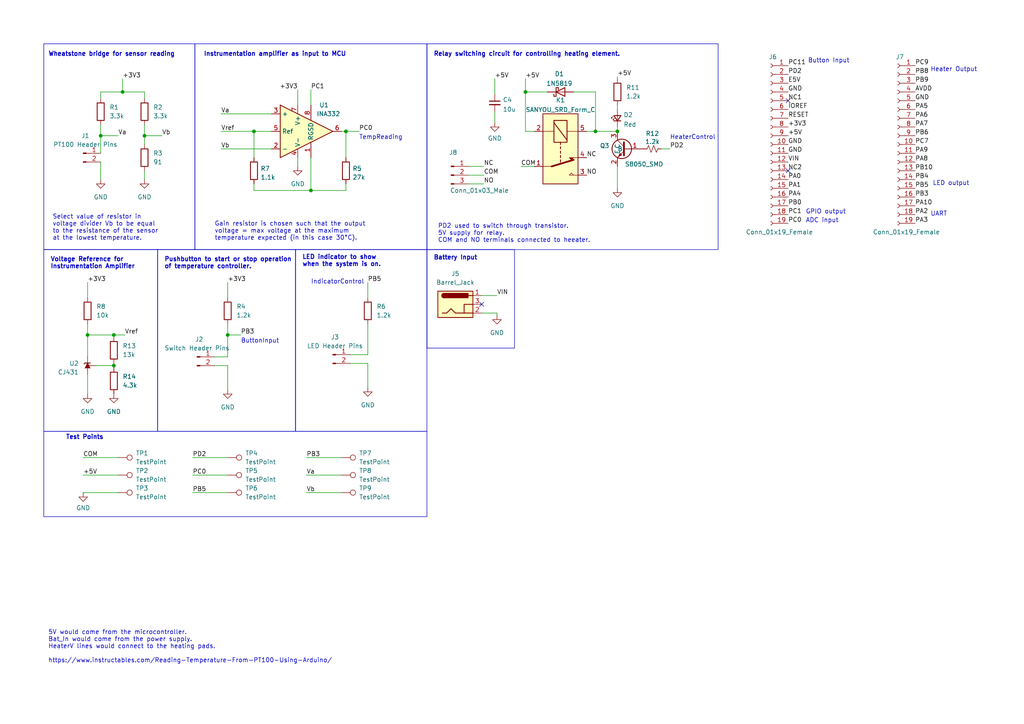
<source format=kicad_sch>
(kicad_sch (version 20230121) (generator eeschema)
  (paper "A4")
  (title_block (title "Temperature Controller") (date "November 2022") (rev "V0") (company "University of Cape Town") (comment 1 "Based off of design by Stanton (2022)") (comment 2 "Author: Sarah Tallack") (comment 3 "Project: Sea Ice Imaging"))
  (lib_symbols
    (symbol "Connector:Barrel_Jack" (pin_names (offset 1.016))
      (property "Reference" "J2" (at 0 8.89 0))
      (property "Value" "Barrel_Jack" (at 0 6.35 0))
      (symbol "Barrel_Jack_0_1"
        (rectangle (start -5.08 3.81) (end 5.08 -3.81) (stroke (width 0.254)) (fill (type background)))
        (arc (start -3.302 3.175) (mid -3.9343 2.54) (end -3.302 1.905) (stroke (width 0.254)))
        (arc (start -3.302 3.175) (mid -3.9343 2.54) (end -3.302 1.905) (stroke (width 0.254)) (fill (type outline)))
        (polyline (pts (xy 5.08 2.54) (xy 3.81 2.54)) (stroke (width 0.254)))
        (polyline (pts (xy 2.54 -2.54) (xy 2.54 0) (xy 5.08 0)) (stroke (width 0.25)))
        (polyline (pts (xy -3.81 -2.54) (xy -2.54 -2.54) (xy -1.27 -1.27) (xy 0 -2.54) (xy 2.54 -2.54) (xy 5.08 -2.54)) (stroke (width 0.254)))
        (rectangle (start 3.683 3.175) (end -3.302 1.905) (stroke (width 0.254)) (fill (type outline)))
      )
      (symbol "Barrel_Jack_1_1"
        (pin passive line (at 7.62 2.54 180) (length 2.54) (name "~") (number "1"))
        (pin passive line (at 7.62 -2.54 180) (length 2.54) (name "~") (number "2"))
        (pin passive line (at 7.62 0 180) (length 2.54) (name "~") (number "3"))
      )
    )
    (symbol "Connector:Conn_01x02_Male" (pin_names (offset 1.016) hide)
      (property "Reference" "J" (at 0 2.54 0))
      (property "Value" "Conn_01x02_Male" (at 0 -5.08 0))
      (symbol "Conn_01x02_Male_1_1"
        (polyline (pts (xy 1.27 -2.54) (xy 0.8636 -2.54)) (stroke (width 0.1524)))
        (polyline (pts (xy 1.27 0) (xy 0.8636 0)) (stroke (width 0.1524)))
        (rectangle (start 0.8636 -2.413) (end 0 -2.667) (stroke (width 0.1524)) (fill (type outline)))
        (rectangle (start 0.8636 0.127) (end 0 -0.127) (stroke (width 0.1524)) (fill (type outline)))
        (pin passive line (at 5.08 0 180) (length 3.81) (name "Pin_1") (number "1"))
        (pin passive line (at 5.08 -2.54 180) (length 3.81) (name "Pin_2") (number "2"))
      )
    )
    (symbol "Connector:Conn_01x03_Male" (pin_names (offset 1.016) hide)
      (property "Reference" "J" (at 0 5.08 0))
      (property "Value" "Conn_01x03_Male" (at 0 -5.08 0))
      (symbol "Conn_01x03_Male_1_1"
        (polyline (pts (xy 1.27 -2.54) (xy 0.8636 -2.54)) (stroke (width 0.1524)))
        (polyline (pts (xy 1.27 0) (xy 0.8636 0)) (stroke (width 0.1524)))
        (polyline (pts (xy 1.27 2.54) (xy 0.8636 2.54)) (stroke (width 0.1524)))
        (rectangle (start 0.8636 -2.413) (end 0 -2.667) (stroke (width 0.1524)) (fill (type outline)))
        (rectangle (start 0.8636 0.127) (end 0 -0.127) (stroke (width 0.1524)) (fill (type outline)))
        (rectangle (start 0.8636 2.667) (end 0 2.413) (stroke (width 0.1524)) (fill (type outline)))
        (pin passive line (at 5.08 2.54 180) (length 3.81) (name "Pin_1") (number "1"))
        (pin passive line (at 5.08 0 180) (length 3.81) (name "Pin_2") (number "2"))
        (pin passive line (at 5.08 -2.54 180) (length 3.81) (name "Pin_3") (number "3"))
      )
    )
    (symbol "Connector:Conn_01x19_Female" (pin_names (offset 1.016) hide)
      (property "Reference" "J" (at 0 25.4 0))
      (property "Value" "Conn_01x19_Female" (at 0 -25.4 0))
      (symbol "Conn_01x19_Female_1_1"
        (arc (start 0 -22.352) (mid -0.5058 -22.86) (end 0 -23.368) (stroke (width 0.1524)))
        (arc (start 0 -19.812) (mid -0.5058 -20.32) (end 0 -20.828) (stroke (width 0.1524)))
        (arc (start 0 -17.272) (mid -0.5058 -17.78) (end 0 -18.288) (stroke (width 0.1524)))
        (arc (start 0 -14.732) (mid -0.5058 -15.24) (end 0 -15.748) (stroke (width 0.1524)))
        (arc (start 0 -12.192) (mid -0.5058 -12.7) (end 0 -13.208) (stroke (width 0.1524)))
        (arc (start 0 -9.652) (mid -0.5058 -10.16) (end 0 -10.668) (stroke (width 0.1524)))
        (arc (start 0 -7.112) (mid -0.5058 -7.62) (end 0 -8.128) (stroke (width 0.1524)))
        (arc (start 0 -4.572) (mid -0.5058 -5.08) (end 0 -5.588) (stroke (width 0.1524)))
        (arc (start 0 -2.032) (mid -0.5058 -2.54) (end 0 -3.048) (stroke (width 0.1524)))
        (polyline (pts (xy -1.27 -22.86) (xy -0.508 -22.86)) (stroke (width 0.1524)))
        (polyline (pts (xy -1.27 -20.32) (xy -0.508 -20.32)) (stroke (width 0.1524)))
        (polyline (pts (xy -1.27 -17.78) (xy -0.508 -17.78)) (stroke (width 0.1524)))
        (polyline (pts (xy -1.27 -15.24) (xy -0.508 -15.24)) (stroke (width 0.1524)))
        (polyline (pts (xy -1.27 -12.7) (xy -0.508 -12.7)) (stroke (width 0.1524)))
        (polyline (pts (xy -1.27 -10.16) (xy -0.508 -10.16)) (stroke (width 0.1524)))
        (polyline (pts (xy -1.27 -7.62) (xy -0.508 -7.62)) (stroke (width 0.1524)))
        (polyline (pts (xy -1.27 -5.08) (xy -0.508 -5.08)) (stroke (width 0.1524)))
        (polyline (pts (xy -1.27 -2.54) (xy -0.508 -2.54)) (stroke (width 0.1524)))
        (polyline (pts (xy -1.27 0) (xy -0.508 0)) (stroke (width 0.1524)))
        (polyline (pts (xy -1.27 2.54) (xy -0.508 2.54)) (stroke (width 0.1524)))
        (polyline (pts (xy -1.27 5.08) (xy -0.508 5.08)) (stroke (width 0.1524)))
        (polyline (pts (xy -1.27 7.62) (xy -0.508 7.62)) (stroke (width 0.1524)))
        (polyline (pts (xy -1.27 10.16) (xy -0.508 10.16)) (stroke (width 0.1524)))
        (polyline (pts (xy -1.27 12.7) (xy -0.508 12.7)) (stroke (width 0.1524)))
        (polyline (pts (xy -1.27 15.24) (xy -0.508 15.24)) (stroke (width 0.1524)))
        (polyline (pts (xy -1.27 17.78) (xy -0.508 17.78)) (stroke (width 0.1524)))
        (polyline (pts (xy -1.27 20.32) (xy -0.508 20.32)) (stroke (width 0.1524)))
        (polyline (pts (xy -1.27 22.86) (xy -0.508 22.86)) (stroke (width 0.1524)))
        (arc (start 0 0.508) (mid -0.5058 0) (end 0 -0.508) (stroke (width 0.1524)))
        (arc (start 0 3.048) (mid -0.5058 2.54) (end 0 2.032) (stroke (width 0.1524)))
        (arc (start 0 5.588) (mid -0.5058 5.08) (end 0 4.572) (stroke (width 0.1524)))
        (arc (start 0 8.128) (mid -0.5058 7.62) (end 0 7.112) (stroke (width 0.1524)))
        (arc (start 0 10.668) (mid -0.5058 10.16) (end 0 9.652) (stroke (width 0.1524)))
        (arc (start 0 13.208) (mid -0.5058 12.7) (end 0 12.192) (stroke (width 0.1524)))
        (arc (start 0 15.748) (mid -0.5058 15.24) (end 0 14.732) (stroke (width 0.1524)))
        (arc (start 0 18.288) (mid -0.5058 17.78) (end 0 17.272) (stroke (width 0.1524)))
        (arc (start 0 20.828) (mid -0.5058 20.32) (end 0 19.812) (stroke (width 0.1524)))
        (arc (start 0 23.368) (mid -0.5058 22.86) (end 0 22.352) (stroke (width 0.1524)))
        (pin passive line (at -5.08 22.86 0) (length 3.81) (name "Pin_1") (number "1"))
        (pin passive line (at -5.08 0 0) (length 3.81) (name "Pin_10") (number "10"))
        (pin passive line (at -5.08 -2.54 0) (length 3.81) (name "Pin_11") (number "11"))
        (pin passive line (at -5.08 -5.08 0) (length 3.81) (name "Pin_12") (number "12"))
        (pin passive line (at -5.08 -7.62 0) (length 3.81) (name "Pin_13") (number "13"))
        (pin passive line (at -5.08 -10.16 0) (length 3.81) (name "Pin_14") (number "14"))
        (pin passive line (at -5.08 -12.7 0) (length 3.81) (name "Pin_15") (number "15"))
        (pin passive line (at -5.08 -15.24 0) (length 3.81) (name "Pin_16") (number "16"))
        (pin passive line (at -5.08 -17.78 0) (length 3.81) (name "Pin_17") (number "17"))
        (pin passive line (at -5.08 -20.32 0) (length 3.81) (name "Pin_18") (number "18"))
        (pin passive line (at -5.08 -22.86 0) (length 3.81) (name "Pin_19") (number "19"))
        (pin passive line (at -5.08 20.32 0) (length 3.81) (name "Pin_2") (number "2"))
        (pin passive line (at -5.08 17.78 0) (length 3.81) (name "Pin_3") (number "3"))
        (pin passive line (at -5.08 15.24 0) (length 3.81) (name "Pin_4") (number "4"))
        (pin passive line (at -5.08 12.7 0) (length 3.81) (name "Pin_5") (number "5"))
        (pin passive line (at -5.08 10.16 0) (length 3.81) (name "Pin_6") (number "6"))
        (pin passive line (at -5.08 7.62 0) (length 3.81) (name "Pin_7") (number "7"))
        (pin passive line (at -5.08 5.08 0) (length 3.81) (name "Pin_8") (number "8"))
        (pin passive line (at -5.08 2.54 0) (length 3.81) (name "Pin_9") (number "9"))
      )
    )
    (symbol "Connector:TestPoint" (pin_numbers hide) (pin_names (offset 0.762) hide)
      (property "Reference" "TP" (at 0 6.858 0))
      (property "Value" "TestPoint" (at 0 5.08 0))
      (symbol "TestPoint_0_1"
        (circle (center 0 3.302) (radius 0.762))
      )
      (symbol "TestPoint_1_1"
        (pin passive line (at 0 0 90) (length 2.54) (name "1") (number "1"))
      )
    )
    (symbol "Device:C_Small" (pin_numbers hide) (pin_names (offset 0.254) hide)
      (property "Reference" "C" (at 0.254 1.778 0))
      (property "Value" "C_Small" (at 0.254 -2.032 0))
      (symbol "C_Small_0_1"
        (polyline (pts (xy -1.524 -0.508) (xy 1.524 -0.508)) (stroke (width 0.3302)))
        (polyline (pts (xy -1.524 0.508) (xy 1.524 0.508)) (stroke (width 0.3048)))
      )
      (symbol "C_Small_1_1"
        (pin passive line (at 0 2.54 270) (length 2.032) (name "~") (number "1"))
        (pin passive line (at 0 -2.54 90) (length 2.032) (name "~") (number "2"))
      )
    )
    (symbol "Device:LED_Small" (pin_numbers hide) (pin_names (offset 0.254) hide)
      (property "Reference" "D" (at -1.27 3.175 0))
      (property "Value" "LED_Small" (at -4.445 -2.54 0))
      (symbol "LED_Small_0_1"
        (polyline (pts (xy -0.762 -1.016) (xy -0.762 1.016)) (stroke (width 0.254)))
        (polyline (pts (xy 1.016 0) (xy -0.762 0)))
        (polyline (pts (xy 0.762 -1.016) (xy -0.762 0) (xy 0.762 1.016) (xy 0.762 -1.016)) (stroke (width 0.254)))
        (polyline (pts (xy 0 0.762) (xy -0.508 1.27) (xy -0.254 1.27) (xy -0.508 1.27) (xy -0.508 1.016)))
        (polyline (pts (xy 0.508 1.27) (xy 0 1.778) (xy 0.254 1.778) (xy 0 1.778) (xy 0 1.524)))
      )
      (symbol "LED_Small_1_1"
        (pin passive line (at -2.54 0 0) (length 1.778) (name "K") (number "1"))
        (pin passive line (at 2.54 0 180) (length 1.778) (name "A") (number "2"))
      )
    )
    (symbol "Device:R" (pin_numbers hide) (pin_names (offset 0))
      (property "Reference" "R" (at 2.032 0 90))
      (property "Value" "R" (at 0 0 90))
      (symbol "R_0_1"
        (rectangle (start -1.016 -2.54) (end 1.016 2.54) (stroke (width 0.254)))
      )
      (symbol "R_1_1"
        (pin passive line (at 0 3.81 270) (length 1.27) (name "~") (number "1"))
        (pin passive line (at 0 -3.81 90) (length 1.27) (name "~") (number "2"))
      )
    )
    (symbol "Device:R_Small_US" (pin_numbers hide) (pin_names (offset 0.254) hide)
      (property "Reference" "R" (at 0.762 0.508 0))
      (property "Value" "R_Small_US" (at 0.762 -1.016 0))
      (symbol "R_Small_US_1_1"
        (polyline (pts (xy 0 0) (xy 1.016 -0.381) (xy 0 -0.762) (xy -1.016 -1.143) (xy 0 -1.524)))
        (polyline (pts (xy 0 1.524) (xy 1.016 1.143) (xy 0 0.762) (xy -1.016 0.381) (xy 0 0)))
        (pin passive line (at 0 2.54 270) (length 1.016) (name "~") (number "1"))
        (pin passive line (at 0 -2.54 90) (length 1.016) (name "~") (number "2"))
      )
    )
    (symbol "Diode:1N5819" (pin_numbers hide) (pin_names (offset 1.016) hide)
      (property "Reference" "D" (at 0 2.54 0))
      (property "Value" "1N5819" (at 0 -2.54 0))
      (symbol "1N5819_0_1"
        (polyline (pts (xy 1.27 0) (xy -1.27 0)))
        (polyline (pts (xy 1.27 1.27) (xy 1.27 -1.27) (xy -1.27 0) (xy 1.27 1.27)) (stroke (width 0.254)))
        (polyline (pts (xy -1.905 0.635) (xy -1.905 1.27) (xy -1.27 1.27) (xy -1.27 -1.27) (xy -0.635 -1.27) (xy -0.635 -0.635)) (stroke (width 0.254)))
      )
      (symbol "1N5819_1_1"
        (pin passive line (at -3.81 0 0) (length 2.54) (name "K") (number "1"))
        (pin passive line (at 3.81 0 180) (length 2.54) (name "A") (number "2"))
      )
    )
    (symbol "INA826AIDR_1"
      (property "Reference" "U2" (at -11.43 -1.27 0))
      (property "Value" "INA332" (at -10.16 -3.81 0))
      (symbol "INA826AIDR_1_0_1"
        (polyline (pts (xy -24.13 -1.27) (xy -24.13 -16.51) (xy -8.89 -8.89) (xy -24.13 -1.27)) (stroke (width 0.254)) (fill (type background)))
      )
      (symbol "INA826AIDR_1_1_1"
        (pin passive line (at -15.24 -16.51 90) (length 4.5) (name "RG") (number "1"))
        (pin input line (at -26.67 -13.97 0) (length 2.54) (name "-") (number "2"))
        (pin input line (at -26.67 -3.81 0) (length 2.54) (name "+") (number "3"))
        (pin power_in line (at -19.05 -16.51 90) (length 2.54) (name "V-") (number "4"))
        (pin passive line (at -26.67 -8.89 0) (length 2.54) (name "Ref") (number "5"))
        (pin output line (at -6.35 -8.89 180) (length 2.54) (name "~") (number "6"))
        (pin power_in line (at -19.05 -1.27 270) (length 2.54) (name "V+") (number "7"))
        (pin passive line (at -15.24 -1.27 270) (length 4.5) (name "SD") (number "8"))
      )
    )
    (symbol "MyDevices:S8050_SMD" (pin_names (offset 1.016))
      (property "Reference" "Q" (at -7.62 5.08 0))
      (property "Value" "S8050_SMD" (at -8.89 7.62 0))
      (symbol "S8050_SMD_1_1"
        (polyline (pts (xy -1.27 0) (xy -0.635 0)))
        (polyline (pts (xy -0.635 0.635) (xy 1.27 2.54)))
        (polyline (pts (xy -0.635 -0.635) (xy 1.27 -2.54) (xy 1.27 -2.54)))
        (polyline (pts (xy -0.635 1.905) (xy -0.635 -1.905) (xy -0.635 -1.905)) (stroke (width 0.508)))
        (polyline (pts (xy 0 -1.778) (xy 0.508 -1.27) (xy 1.016 -2.286) (xy 0 -1.778) (xy 0 -1.778)) (fill (type outline)))
        (circle (center 0 0) (radius 2.8194) (stroke (width 0.254)))
        (pin input line (at -6.35 0 0) (length 5.08) (name "B") (number "1"))
        (pin passive line (at 1.27 -5.08 90) (length 2.54) (name "E") (number "2"))
        (pin passive line (at 1.27 5.08 270) (length 2.54) (name "C") (number "3"))
      )
    )
    (symbol "Reference_Voltage:CJ432" (pin_numbers hide) (pin_names hide)
      (property "Reference" "U" (at -2.54 2.54 0))
      (property "Value" "CJ432" (at 0 -2.54 0))
      (symbol "CJ432_0_1"
        (polyline (pts (xy -1.27 0) (xy 0 0) (xy 1.27 0)))
        (polyline (pts (xy -0.762 0.762) (xy 0.762 0) (xy -0.762 -0.762)) (fill (type outline)))
        (polyline (pts (xy 0.508 -1.016) (xy 0.762 -0.762) (xy 0.762 0.762) (xy 0.762 0.762)) (stroke (width 0.254)))
      )
      (symbol "CJ432_1_1"
        (pin passive line (at 0 2.54 270) (length 2.54) (name "REF") (number "1"))
        (pin passive line (at 2.54 0 180) (length 1.27) (name "K") (number "2"))
        (pin passive line (at -2.54 0 0) (length 1.27) (name "A") (number "3"))
      )
    )
    (symbol "Relay:SANYOU_SRD_Form_C"
      (property "Reference" "K" (at 11.43 3.81 0))
      (property "Value" "SANYOU_SRD_Form_C" (at 11.43 1.27 0))
      (symbol "SANYOU_SRD_Form_C_0_0"
        (polyline (pts (xy 7.62 5.08) (xy 7.62 2.54) (xy 6.985 3.175) (xy 7.62 3.81)))
      )
      (symbol "SANYOU_SRD_Form_C_0_1"
        (rectangle (start -10.16 5.08) (end 10.16 -5.08) (stroke (width 0.254)) (fill (type background)))
        (rectangle (start -8.255 1.905) (end -1.905 -1.905) (stroke (width 0.254)))
        (polyline (pts (xy -7.62 -1.905) (xy -2.54 1.905)) (stroke (width 0.254)))
        (polyline (pts (xy -5.08 -5.08) (xy -5.08 -1.905)))
        (polyline (pts (xy -5.08 5.08) (xy -5.08 1.905)))
        (polyline (pts (xy -1.905 0) (xy -1.27 0)) (stroke (width 0.254)))
        (polyline (pts (xy -0.635 0) (xy 0 0)) (stroke (width 0.254)))
        (polyline (pts (xy 0.635 0) (xy 1.27 0)) (stroke (width 0.254)))
        (polyline (pts (xy 1.905 0) (xy 2.54 0)) (stroke (width 0.254)))
        (polyline (pts (xy 3.175 0) (xy 3.81 0)) (stroke (width 0.254)))
        (polyline (pts (xy 5.08 -2.54) (xy 3.175 3.81)) (stroke (width 0.508)))
        (polyline (pts (xy 5.08 -2.54) (xy 5.08 -5.08)))
      )
      (symbol "SANYOU_SRD_Form_C_1_1"
        (polyline (pts (xy 2.54 3.81) (xy 3.175 3.175) (xy 2.54 2.54) (xy 2.54 5.08)) (fill (type outline)))
        (pin passive line (at 5.08 -7.62 90) (length 2.54) (name "~") (number "1"))
        (pin passive line (at -5.08 -7.62 90) (length 2.54) (name "~") (number "2"))
        (pin passive line (at 7.62 7.62 270) (length 2.54) (name "~") (number "3"))
        (pin passive line (at 2.54 7.62 270) (length 2.54) (name "~") (number "4"))
        (pin passive line (at -5.08 7.62 270) (length 2.54) (name "~") (number "5"))
      )
    )
    (symbol "power:GND" (power) (pin_names (offset 0))
      (property "Value" "GND" (at 0 -3.81 0))
      (symbol "GND_0_1"
        (polyline (pts (xy 0 0) (xy 0 -1.27) (xy 1.27 -1.27) (xy 0 -2.54) (xy -1.27 -1.27) (xy 0 -1.27)))
      )
      (symbol "GND_1_1"
        (pin power_in line (at 0 0 270) (length 0) hide (name "GND") (number "1"))
      )
    )
  )
  (junction (at 25.4 97.155))
  (junction (at 172.72 38.1))
  (junction (at 179.07 38.1))
  (junction (at 90.17 55.245))
  (junction (at 33.02 97.155))
  (junction (at 100.33 38.1))
  (junction (at 29.21 39.37))
  (junction (at 73.66 38.1))
  (junction (at 152.4 26.67))
  (junction (at 41.91 39.37))
  (junction (at 66.04 97.155))
  (junction (at 33.02 106.045))
  (junction (at 35.56 26.67))
  (no_connect (at 228.6 49.53))
  (no_connect (at 228.6 29.21))
  (no_connect (at 139.7 88.265))
  (wire (pts (xy 172.72 26.67) (xy 172.72 38.1)))
  (wire (pts (xy 106.68 81.915) (xy 106.68 86.36)))
  (wire (pts (xy 66.04 103.505) (xy 62.23 103.505)))
  (wire (pts (xy 90.17 55.245) (xy 90.17 45.72)))
  (wire (pts (xy 33.02 106.045) (xy 33.02 106.68)))
  (wire (pts (xy 99.06 38.1) (xy 100.33 38.1)))
  (wire (pts (xy 24.13 142.875) (xy 34.29 142.875)))
  (wire (pts (xy 139.7 90.805) (xy 144.145 90.805)))
  (wire (pts (xy 106.68 105.41) (xy 106.68 112.395)))
  (wire (pts (xy 29.21 39.37) (xy 29.21 44.45)))
  (wire (pts (xy 62.23 106.045) (xy 66.04 106.045)))
  (wire (pts (xy 78.74 38.1) (xy 73.66 38.1)))
  (wire (pts (xy 35.56 22.86) (xy 35.56 26.67)))
  (wire (pts (xy 25.4 97.155) (xy 33.02 97.155)))
  (wire (pts (xy 179.07 54.61) (xy 179.07 48.26)))
  (wire (pts (xy 86.36 26.035) (xy 86.36 30.48)))
  (wire (pts (xy 33.02 105.41) (xy 33.02 106.045)))
  (wire (pts (xy 135.89 48.26) (xy 140.335 48.26)))
  (wire (pts (xy 29.21 46.99) (xy 29.21 52.07)))
  (wire (pts (xy 55.88 132.715) (xy 66.04 132.715)))
  (wire (pts (xy 41.91 52.07) (xy 41.91 49.53)))
  (wire (pts (xy 100.33 38.1) (xy 104.14 38.1)))
  (wire (pts (xy 25.4 81.915) (xy 25.4 86.36)))
  (wire (pts (xy 66.04 97.155) (xy 69.85 97.155)))
  (wire (pts (xy 88.9 137.795) (xy 99.06 137.795)))
  (wire (pts (xy 101.6 105.41) (xy 106.68 105.41)))
  (wire (pts (xy 172.72 38.1) (xy 179.07 38.1)))
  (wire (pts (xy 170.18 38.1) (xy 172.72 38.1)))
  (wire (pts (xy 88.9 132.715) (xy 99.06 132.715)))
  (wire (pts (xy 86.36 45.72) (xy 86.36 48.26)))
  (wire (pts (xy 179.07 36.83) (xy 179.07 38.1)))
  (wire (pts (xy 41.91 36.195) (xy 41.91 39.37)))
  (wire (pts (xy 152.4 38.1) (xy 154.94 38.1)))
  (wire (pts (xy 25.4 97.155) (xy 25.4 103.505)))
  (wire (pts (xy 78.74 43.18) (xy 64.135 43.18)))
  (wire (pts (xy 41.91 28.575) (xy 41.91 26.67)))
  (wire (pts (xy 179.07 30.48) (xy 179.07 31.75)))
  (wire (pts (xy 101.6 102.87) (xy 106.68 102.87)))
  (wire (pts (xy 90.17 26.035) (xy 90.17 30.48)))
  (wire (pts (xy 41.91 26.67) (xy 35.56 26.67)))
  (wire (pts (xy 100.33 53.34) (xy 100.33 55.245)))
  (wire (pts (xy 24.13 132.715) (xy 34.29 132.715)))
  (wire (pts (xy 194.31 43.18) (xy 191.77 43.18)))
  (wire (pts (xy 66.04 81.915) (xy 66.04 86.36)))
  (wire (pts (xy 166.37 26.67) (xy 172.72 26.67)))
  (wire (pts (xy 66.04 106.045) (xy 66.04 113.03)))
  (wire (pts (xy 78.74 33.02) (xy 64.135 33.02)))
  (wire (pts (xy 135.89 53.34) (xy 140.335 53.34)))
  (wire (pts (xy 55.88 142.875) (xy 66.04 142.875)))
  (wire (pts (xy 152.4 22.86) (xy 152.4 26.67)))
  (wire (pts (xy 66.04 97.155) (xy 66.04 103.505)))
  (wire (pts (xy 25.4 93.98) (xy 25.4 97.155)))
  (wire (pts (xy 41.91 39.37) (xy 41.91 41.91)))
  (wire (pts (xy 139.7 85.725) (xy 144.145 85.725)))
  (wire (pts (xy 25.4 108.585) (xy 25.4 114.3)))
  (wire (pts (xy 41.91 39.37) (xy 46.99 39.37)))
  (wire (pts (xy 55.88 137.795) (xy 66.04 137.795)))
  (wire (pts (xy 33.02 97.155) (xy 33.02 97.79)))
  (wire (pts (xy 64.135 38.1) (xy 73.66 38.1)))
  (wire (pts (xy 152.4 26.67) (xy 152.4 38.1)))
  (wire (pts (xy 66.04 93.98) (xy 66.04 97.155)))
  (wire (pts (xy 35.56 26.67) (xy 29.21 26.67)))
  (wire (pts (xy 151.13 48.26) (xy 154.94 48.26)))
  (wire (pts (xy 29.21 36.195) (xy 29.21 39.37)))
  (wire (pts (xy 144.145 90.805) (xy 144.145 91.44)))
  (wire (pts (xy 179.07 22.225) (xy 179.07 22.86)))
  (wire (pts (xy 29.21 26.67) (xy 29.21 28.575)))
  (wire (pts (xy 158.75 26.67) (xy 152.4 26.67)))
  (wire (pts (xy 73.66 53.34) (xy 73.66 55.245)))
  (wire (pts (xy 88.9 142.875) (xy 99.06 142.875)))
  (wire (pts (xy 143.51 32.385) (xy 143.51 35.56)))
  (wire (pts (xy 33.02 97.155) (xy 36.195 97.155)))
  (wire (pts (xy 27.94 106.045) (xy 33.02 106.045)))
  (wire (pts (xy 73.66 38.1) (xy 73.66 45.72)))
  (wire (pts (xy 29.21 39.37) (xy 34.29 39.37)))
  (wire (pts (xy 100.33 45.72) (xy 100.33 38.1)))
  (wire (pts (xy 100.33 55.245) (xy 90.17 55.245)))
  (wire (pts (xy 73.66 55.245) (xy 90.17 55.245)))
  (wire (pts (xy 135.89 50.8) (xy 140.335 50.8)))
  (wire (pts (xy 24.13 137.795) (xy 34.29 137.795)))
  (wire (pts (xy 143.51 22.86) (xy 143.51 27.305)))
  (wire (pts (xy 106.68 93.98) (xy 106.68 102.87)))
  (rectangle (start 12.7 125.095) (end 123.825 149.86))
  (rectangle (start 12.7 72.39) (end 45.72 125.095))
  (rectangle (start 12.7 12.7) (end 56.515 72.39))
  (rectangle (start 45.72 72.39) (end 85.725 125.095))
  (rectangle (start 123.825 72.39) (end 149.225 100.965))
  (rectangle (start 85.725 72.39) (end 123.825 125.095))
  (rectangle (start 56.515 12.7) (end 123.825 72.39))
  (rectangle (start 123.825 12.7) (end 208.28 72.39))
  (text "Select value of resistor in \nvoltage divider Vb to be equal \nto the resistance of the sensor \nat the lowest temperature." (at 15.24 69.85 0) (effects (font (size 1.27 1.27)) (justify left bottom)))
  (text "Relay switching circuit for controlling heating element." (at 125.73 16.51 0) (effects (font (size 1.27 1.27) bold) (justify left bottom)))
  (text "Button Input" (at 234.315 18.415 0) (effects (font (size 1.27 1.27)) (justify left bottom)))
  (text "Heater Output" (at 269.875 20.955 0) (effects (font (size 1.27 1.27)) (justify left bottom)))
  (text "Test Points\n" (at 19.05 127.635 0) (effects (font (size 1.27 1.27) bold) (justify left bottom)))
  (text "Gain resistor is chosen such that the output \nvoltage = max voltage at the maximum \ntemperature expected (in this case 30°C)." (at 62.23 69.85 0) (effects (font (size 1.27 1.27)) (justify left bottom)))
  (text "Battery Input" (at 125.73 75.565 0) (effects (font (size 1.27 1.27) bold) (justify left bottom)))
  (text "Voltage Reference for \nInstrumentation Amplifier" (at 14.605 78.105 0) (effects (font (size 1.27 1.27) (thickness 0.254) bold) (justify left bottom)))
  (text "ButtonInput\n" (at 69.85 99.695 0) (effects (font (size 1.27 1.27)) (justify left bottom)))
  (text "ADC input" (at 233.68 64.77 0) (effects (font (size 1.27 1.27)) (justify left bottom)))
  (text "LED indicator to show \nwhen the system is on." (at 87.63 77.47 0) (effects (font (size 1.27 1.27) bold) (justify left bottom)))
  (text "5V would come from the microcontroller.\nBat_In would come from the power supply.\nHeaterV lines would connect to the heating pads.\n\nhttps://www.instructables.com/Reading-Temperature-From-PT100-Using-Arduino/" (at 13.97 192.405 0) (effects (font (size 1.27 1.27)) (justify left bottom)))
  (text "PD2 used to switch through transistor.\n5V supply for relay.\nCOM and NO terminals connected to heeater." (at 127 70.485 0) (effects (font (size 1.27 1.27)) (justify left bottom)))
  (text "GPIO output " (at 233.68 62.23 0) (effects (font (size 1.27 1.27)) (justify left bottom)))
  (text "Wheatstone bridge for sensor reading" (at 13.97 16.51 0) (effects (font (size 1.27 1.27) (thickness 0.254) bold) (justify left bottom)))
  (text "HeaterControl\n" (at 194.31 40.64 0) (effects (font (size 1.27 1.27)) (justify left bottom)))
  (text "Pushbutton to start or stop operation \nof temperature controller." (at 47.625 78.105 0) (effects (font (size 1.27 1.27) bold) (justify left bottom)))
  (text "TempReading" (at 104.14 40.64 0) (effects (font (size 1.27 1.27)) (justify left bottom)))
  (text "IndicatorControl" (at 90.17 82.55 0) (effects (font (size 1.27 1.27)) (justify left bottom)))
  (text "UART" (at 269.875 62.865 0) (effects (font (size 1.27 1.27)) (justify left bottom)))
  (text "Instrumentation amplifier as input to MCU" (at 59.055 16.51 0) (effects (font (size 1.27 1.27) bold) (justify left bottom)))
  (text "LED output" (at 270.51 53.975 0) (effects (font (size 1.27 1.27)) (justify left bottom)))
  (label "PA1" (at 228.6 54.61 0))
  (label "GND" (at 265.43 29.21 0))
  (label "PA0" (at 228.6 52.07 0))
  (label "GND" (at 228.6 26.67 0))
  (label "+5V" (at 143.51 22.86 0))
  (label "PC1" (at 228.6 62.23 0))
  (label "+3V3" (at 228.6 36.83 0))
  (label "PC9" (at 265.43 19.05 0))
  (label "Vb" (at 64.135 43.18 0))
  (label "PB10" (at 265.43 49.53 0))
  (label "PC0" (at 55.88 137.795 0))
  (label "AVDD" (at 265.43 26.67 0))
  (label "PB3" (at 265.43 57.15 0))
  (label "PC0" (at 228.6 64.77 0))
  (label "PA2" (at 265.43 62.23 0))
  (label "NO" (at 170.18 50.8 0))
  (label "PB8" (at 265.43 21.59 0))
  (label "E5V" (at 228.6 24.13 0))
  (label "+3V3" (at 86.36 26.035 180))
  (label "PA10" (at 265.43 59.69 0))
  (label "PA4" (at 228.6 57.15 0))
  (label "PA6" (at 265.43 34.29 0))
  (label "PC7" (at 265.43 41.91 0))
  (label "Vb" (at 46.99 39.37 0))
  (label "PB4" (at 265.43 52.07 0))
  (label "PA3" (at 265.43 64.77 0))
  (label "+3V3" (at 35.56 22.86 0))
  (label "PB5" (at 106.68 81.915 0))
  (label "NC" (at 170.18 45.72 0))
  (label "COM" (at 140.335 50.8 0))
  (label "PD2" (at 194.31 43.18 0))
  (label "PB9" (at 265.43 24.13 0))
  (label "COM" (at 151.13 48.26 0))
  (label "Va" (at 64.135 33.02 0))
  (label "NC2" (at 228.6 49.53 0))
  (label "PB3" (at 69.85 97.155 0))
  (label "PA7" (at 265.43 36.83 0))
  (label "PA9" (at 265.43 44.45 0))
  (label "PA5" (at 265.43 31.75 0))
  (label "RESET" (at 228.6 34.29 0))
  (label "NC1" (at 228.6 29.21 0))
  (label "PB3" (at 88.9 132.715 0))
  (label "+5V" (at 24.13 137.795 0))
  (label "+5V" (at 152.4 22.86 0))
  (label "PD2" (at 55.88 132.715 0))
  (label "PC0" (at 104.14 38.1 0))
  (label "NO" (at 140.335 53.34 0))
  (label "VIN" (at 144.145 85.725 0))
  (label "COM" (at 24.13 132.715 0))
  (label "+3V3" (at 25.4 81.915 0))
  (label "PB6" (at 265.43 39.37 0))
  (label "+3V3" (at 66.04 81.915 0))
  (label "Vref" (at 36.195 97.155 0))
  (label "IOREF" (at 228.6 31.75 0))
  (label "PB0" (at 228.6 59.69 0))
  (label "VIN" (at 228.6 46.99 0))
  (label "Vb" (at 88.9 142.875 0))
  (label "GND" (at 228.6 41.91 0))
  (label "PD2" (at 228.6 21.59 0))
  (label "PC11" (at 228.6 19.05 0))
  (label "+5V" (at 179.07 22.225 0))
  (label "Vref" (at 64.135 38.1 0))
  (label "PC1" (at 90.17 26.035 0))
  (label "Va" (at 88.9 137.795 0))
  (label "GND" (at 228.6 44.45 0))
  (label "PA8" (at 265.43 46.99 0))
  (label "+5V" (at 228.6 39.37 0))
  (label "NC" (at 140.335 48.26 0))
  (label "Va" (at 34.29 39.37 0))
  (label "PB5" (at 55.88 142.875 0))
  (label "PB5" (at 265.43 54.61 0))
  (symbol (lib_id "power:GND") (at 143.51 35.56 0) (unit 1)
    (property "Reference" "#PWR0101" (effects hide))
    (property "Value" "GND" (at 143.51 40.1225 0))
  )
  (symbol (lib_id "power:GND") (at 33.02 114.3 0) (unit 1)
    (property "Reference" "#PWR09" (effects hide))
    (property "Value" "GND" (at 33.02 119.38 0))
  )
  (symbol (lib_id "Diode:1N5819") (at 162.56 26.67 0) (mirror x) (unit 1)
    (property "Reference" "D1" (at 162.2425 21.4335 0))
    (property "Value" "1N5819" (at 162.2425 24.2086 0))
    (property "Footprint" "Diode_SMD:D_SOD-123" (effects hide))
    (property "Datasheet" "http://www.vishay.com/docs/88525/1n5817.pdf" (effects hide))
    (property "LCSC" "C8598" (effects hide))
    (property "Extended" "0" (effects hide))
    (property "Populate" "1" (effects hide))
    (property "Price" "0.03" (effects hide))
  )
  (symbol (lib_id "Connector:TestPoint") (at 34.29 132.715 270) (unit 1)
    (property "Reference" "TP1" (at 39.37 131.4449 90) (effects (justify left)))
    (property "Value" "TestPoint" (at 39.37 133.9849 90) (effects (justify left)))
    (property "Footprint" "TestPoint:TestPoint_THTPad_D1.0mm_Drill0.5mm" (effects hide))
  )
  (symbol (lib_id "power:GND") (at 29.21 52.07 0) (unit 1)
    (property "Reference" "#PWR01" (effects hide))
    (property "Value" "GND" (at 29.21 57.15 0))
  )
  (symbol (lib_id "Relay:SANYOU_SRD_Form_C") (at 162.56 43.18 270) (unit 1)
    (property "Reference" "K1" (at 162.56 29.0535 90))
    (property "Value" "SANYOU_SRD_Form_C" (at 162.56 31.8286 90))
    (property "Footprint" "Relay_THT:Relay_SPDT_SANYOU_SRD_Series_Form_C" (effects hide))
    (property "Datasheet" "http://www.sanyourelay.ca/public/products/pdf/SRD.pdf" (effects hide))
    (property "LCSC" "C35449" (effects hide))
    (property "Extended" "1" (effects hide))
    (property "Populate" "1" (effects hide))
    (property "Price" "0.45" (effects hide))
  )
  (symbol (lib_id "power:GND") (at 24.13 142.875 0) (unit 1)
    (property "Reference" "#PWR08" (effects hide))
    (property "Value" "GND" (at 24.13 147.32 0))
  )
  (symbol (lib_id "Connector:TestPoint") (at 34.29 142.875 270) (unit 1)
    (property "Reference" "TP3" (at 39.37 141.6049 90) (effects (justify left)))
    (property "Value" "TestPoint" (at 39.37 144.1449 90) (effects (justify left)))
    (property "Footprint" "TestPoint:TestPoint_THTPad_D1.0mm_Drill0.5mm" (effects hide))
  )
  (symbol (lib_id "power:GND") (at 106.68 112.395 0) (unit 1)
    (property "Reference" "#PWR04" (effects hide))
    (property "Value" "GND" (at 106.68 117.475 0))
  )
  (symbol (lib_id "Device:R") (at 73.66 49.53 180) (unit 1)
    (property "Reference" "R7" (at 75.565 48.895 0) (effects (justify right)))
    (property "Value" "1.1k" (at 75.565 51.435 0) (effects (justify right)))
    (property "Footprint" "Resistor_SMD:R_0603_1608Metric" (effects hide))
    (property "Datasheet" "https://datasheet.lcsc.com/lcsc/2206010045_UNI-ROYAL-Uniroyal-Elec-0402WGF3301TCE_C25890.pdf" (effects hide))
    (property "Price" "0.0005" (effects hide))
    (property "LCSC" "C22764" (effects hide))
    (property "Extended" "0" (effects hide))
    (property "Populate" "1" (effects hide))
  )
  (symbol (lib_id "Device:R") (at 33.02 101.6 0) (unit 1) (in_bom no)
    (property "Reference" "R13" (at 35.56 100.3299 0) (effects (justify left)))
    (property "Value" "13k" (at 35.56 102.8699 0) (effects (justify left)))
    (property "Footprint" "Resistor_SMD:R_0603_1608Metric" (effects hide))
    (property "Datasheet" "https://datasheet.lcsc.com/lcsc/2206010045_UNI-ROYAL-Uniroyal-Elec-0402WGF1201TCE_C25862.pdf" (effects hide))
    (property "Price" "0.0005" (effects hide))
    (property "LCSC" "C22797" (effects hide))
    (property "Extended" "0" (effects hide))
    (property "Populate" "1" (effects hide))
  )
  (symbol (lib_id "Connector:Conn_01x02_Male") (at 57.15 103.505 0) (unit 1)
    (property "Reference" "J2" (at 57.785 98.425 0))
    (property "Value" "Switch Header Pins" (at 57.15 100.965 0))
    (property "Footprint" "Footprints:2 Pin Male Header" (effects hide))
    (property "Datasheet" "https://datasheet.lcsc.com/lcsc/1811132110_BOOMELE-Boom-Precision-Elec-XH-2A_C20079.pdf" (effects hide))
    (property "Price" "0.0058" (effects hide))
    (property "LCSC" "C20079" (effects hide))
    (property "Extended" "1" (effects hide))
    (property "Populate" "1" (effects hide))
  )
  (symbol (lib_id "Device:R") (at 25.4 90.17 0) (unit 1)
    (property "Reference" "R8" (at 27.94 88.8999 0) (effects (justify left)))
    (property "Value" "10k" (at 27.94 91.4399 0) (effects (justify left)))
    (property "Footprint" "Resistor_SMD:R_0603_1608Metric" (effects hide))
    (property "Datasheet" "https://datasheet.lcsc.com/lcsc/2206010100_UNI-ROYAL-Uniroyal-Elec-0402WGF1002TCE_C25744.pdf" (effects hide))
    (property "Price" "0.0006" (effects hide))
    (property "Extended" "0" (effects hide))
    (property "Populate" "1" (effects hide))
    (property "LCSC" "C25804" (effects hide))
  )
  (symbol (lib_id "Connector:TestPoint") (at 66.04 132.715 270) (unit 1)
    (property "Reference" "TP4" (at 71.12 131.4449 90) (effects (justify left)))
    (property "Value" "TestPoint" (at 71.12 133.9849 90) (effects (justify left)))
    (property "Footprint" "TestPoint:TestPoint_THTPad_D1.0mm_Drill0.5mm" (effects hide))
  )
  (symbol (lib_id "power:GND") (at 25.4 114.3 0) (unit 1)
    (property "Reference" "#PWR06" (effects hide))
    (property "Value" "GND" (at 25.4 119.38 0))
  )
  (symbol (lib_id "Connector:TestPoint") (at 99.06 132.715 270) (unit 1)
    (property "Reference" "TP7" (at 104.14 131.4449 90) (effects (justify left)))
    (property "Value" "TestPoint" (at 104.14 133.9849 90) (effects (justify left)))
    (property "Footprint" "TestPoint:TestPoint_THTPad_D1.0mm_Drill0.5mm" (effects hide))
  )
  (symbol (lib_id "power:GND") (at 179.07 54.61 0) (unit 1)
    (property "Reference" "#PWR0102" (effects hide))
    (property "Value" "GND" (at 179.07 59.69 0))
  )
  (symbol (lib_id "Device:R_Small_US") (at 189.23 43.18 90) (unit 1)
    (property "Reference" "R12" (at 189.23 38.735 90))
    (property "Value" "1.2k" (at 189.23 41.0996 90))
    (property "Footprint" "Resistor_SMD:R_0603_1608Metric" (effects hide))
    (property "Datasheet" "https://datasheet.lcsc.com/lcsc/2206010045_UNI-ROYAL-Uniroyal-Elec-0402WGF1201TCE_C25862.pdf" (effects hide))
    (property "LCSC" "C22765" (effects hide))
    (property "Extended" "0" (effects hide))
    (property "Populate" "1" (effects hide))
    (property "Price" "0.0005" (effects hide))
  )
  (symbol (lib_id "Connector:TestPoint") (at 66.04 142.875 270) (unit 1)
    (property "Reference" "TP6" (at 71.12 141.6049 90) (effects (justify left)))
    (property "Value" "TestPoint" (at 71.12 144.145 90) (effects (justify left)))
    (property "Footprint" "TestPoint:TestPoint_THTPad_D1.0mm_Drill0.5mm" (effects hide))
  )
  (symbol (lib_id "Connector:Conn_01x02_Male") (at 24.13 44.45 0) (unit 1)
    (property "Reference" "J1" (at 24.765 39.37 0))
    (property "Value" "PT100 Header Pins" (at 24.765 41.91 0))
    (property "Footprint" "Footprints:2 Pin Male Header" (effects hide))
    (property "Datasheet" "https://datasheet.lcsc.com/lcsc/1811132110_BOOMELE-Boom-Precision-Elec-XH-2A_C20079.pdf" (effects hide))
    (property "Price" "0.0058" (effects hide))
    (property "LCSC" "C20079" (effects hide))
    (property "Extended" "1" (effects hide))
    (property "Populate" "1" (effects hide))
  )
  (symbol (lib_id "Device:R") (at 100.33 49.53 180) (unit 1)
    (property "Reference" "R5" (at 102.235 48.895 0) (effects (justify right)))
    (property "Value" "27k" (at 102.235 51.435 0) (effects (justify right)))
    (property "Footprint" "Resistor_SMD:R_0603_1608Metric" (effects hide))
    (property "Datasheet" "https://datasheet.lcsc.com/lcsc/2205311830_UNI-ROYAL-Uniroyal-Elec-0805W8F8202T5E_C17840.pdf" (effects hide))
    (property "Price" "0.0016" (effects hide))
    (property "Extended" "0" (effects hide))
    (property "Populate" "1" (effects hide))
    (property "LCSC" "C22967" (effects hide))
  )
  (symbol (lib_id "Device:R") (at 29.21 32.385 0) (unit 1)
    (property "Reference" "R1" (at 31.75 31.1149 0) (effects (justify left)))
    (property "Value" "3.3k" (at 31.75 33.6549 0) (effects (justify left)))
    (property "Footprint" "Resistor_SMD:R_0603_1608Metric" (effects hide))
    (property "Datasheet" "https://datasheet.lcsc.com/lcsc/2206010045_UNI-ROYAL-Uniroyal-Elec-0402WGF3301TCE_C25890.pdf" (effects hide))
    (property "Price" "0.0005" (effects hide))
    (property "LCSC" "C22978" (effects hide))
    (property "Extended" "0" (effects hide))
    (property "Populate" "1" (effects hide))
  )
  (symbol (lib_id "Device:R") (at 33.02 110.49 0) (unit 1) (in_bom no)
    (property "Reference" "R14" (at 35.56 109.2199 0) (effects (justify left)))
    (property "Value" "4.3k" (at 35.56 111.7599 0) (effects (justify left)))
    (property "Footprint" "Resistor_SMD:R_0603_1608Metric" (effects hide))
    (property "Datasheet" "https://datasheet.lcsc.com/lcsc/2206010045_UNI-ROYAL-Uniroyal-Elec-0402WGF1201TCE_C25862.pdf" (effects hide))
    (property "Price" "0.0005" (effects hide))
    (property "LCSC" "C23159" (effects hide))
    (property "Extended" "0" (effects hide))
    (property "Populate" "1" (effects hide))
  )
  (symbol (lib_id "Connector:Conn_01x03_Male") (at 130.81 50.8 0) (unit 1)
    (property "Reference" "J8" (at 131.445 44.2173 0))
    (property "Value" "Conn_01x03_Male" (at 139.065 55.245 0))
    (property "Footprint" "TerminalBlock:TerminalBlock_Altech_AK300-3_P5.00mm" (effects hide))
    (property "Datasheet" "https://datasheet.lcsc.com/lcsc/1912251709_Ningbo-Kangnex-Elec-WJ500V-5-08-3P_C72334.pdf" (effects hide))
    (property "LCSC" "C72334" (effects hide))
    (property "Extended" "1" (effects hide))
    (property "Populate" "1" (effects hide))
    (property "Price" "0.17" (effects hide))
  )
  (symbol (lib_id "Connector:Conn_01x02_Male") (at 96.52 102.87 0) (unit 1)
    (property "Reference" "J3" (at 97.155 97.79 0))
    (property "Value" "LED Header Pins" (at 97.155 100.33 0))
    (property "Footprint" "Footprints:2 Pin Male Header" (effects hide))
    (property "Datasheet" "https://datasheet.lcsc.com/lcsc/1811132110_BOOMELE-Boom-Precision-Elec-XH-2A_C20079.pdf" (effects hide))
    (property "Price" "0.0058" (effects hide))
    (property "LCSC" "C20079" (effects hide))
    (property "Extended" "1" (effects hide))
    (property "Populate" "1" (effects hide))
  )
  (symbol (lib_id "Device:R") (at 106.68 90.17 0) (unit 1)
    (property "Reference" "R6" (at 109.22 88.8999 0) (effects (justify left)))
    (property "Value" "1.2k" (at 109.22 91.4399 0) (effects (justify left)))
    (property "Footprint" "Resistor_SMD:R_0603_1608Metric" (effects hide))
    (property "Datasheet" "https://datasheet.lcsc.com/lcsc/2206010045_UNI-ROYAL-Uniroyal-Elec-0402WGF1201TCE_C25862.pdf" (effects hide))
    (property "Price" "0.0005" (effects hide))
    (property "LCSC" "C22765" (effects hide))
    (property "Extended" "0" (effects hide))
    (property "Populate" "1" (effects hide))
  )
  (symbol (lib_id "Connector:TestPoint") (at 34.29 137.795 270) (unit 1)
    (property "Reference" "TP2" (at 39.37 136.5249 90) (effects (justify left)))
    (property "Value" "TestPoint" (at 39.37 139.0649 90) (effects (justify left)))
    (property "Footprint" "TestPoint:TestPoint_THTPad_D1.0mm_Drill0.5mm" (effects hide))
  )
  (symbol (lib_id "Connector:Barrel_Jack") (at 132.08 88.265 0) (unit 1)
    (property "Reference" "J5" (at 132.08 79.375 0))
    (property "Value" "Barrel_Jack" (at 132.08 81.915 0))
    (property "Footprint" "Footprints:DC Jack 5A" (effects hide))
    (property "Datasheet" "https://datasheet.lcsc.com/lcsc/2110151730_XKB-Connectivity-DC-005-5A-3-0_C388625.pdf" (effects hide))
    (property "Price" "0.2379" (effects hide))
    (property "LCSC" "C388625" (effects hide))
    (property "Extended" "1" (effects hide))
    (property "Populate" "1" (effects hide))
  )
  (symbol (lib_id "Device:R") (at 179.07 26.67 0) (unit 1) (in_bom no)
    (property "Reference" "R11" (at 181.61 25.3999 0) (effects (justify left)))
    (property "Value" "1.2k" (at 181.61 27.9399 0) (effects (justify left)))
    (property "Footprint" "Resistor_SMD:R_0603_1608Metric" (effects hide))
    (property "Datasheet" "https://datasheet.lcsc.com/lcsc/2206010045_UNI-ROYAL-Uniroyal-Elec-0402WGF1201TCE_C25862.pdf" (effects hide))
    (property "Price" "0.0005" (effects hide))
    (property "LCSC" "C22765" (effects hide))
    (property "Extended" "0" (effects hide))
    (property "Populate" "1" (effects hide))
  )
  (symbol (lib_id "Connector:TestPoint") (at 66.04 137.795 270) (unit 1)
    (property "Reference" "TP5" (at 71.12 136.5249 90) (effects (justify left)))
    (property "Value" "TestPoint" (at 71.12 139.0649 90) (effects (justify left)))
    (property "Footprint" "TestPoint:TestPoint_THTPad_D1.0mm_Drill0.5mm" (effects hide))
  )
  (symbol (lib_id "power:GND") (at 86.36 48.26 0) (unit 1)
    (property "Reference" "#PWR05" (effects hide))
    (property "Value" "GND" (at 86.36 53.34 0))
  )
  (symbol (lib_id "Connector:TestPoint") (at 99.06 137.795 270) (unit 1)
    (property "Reference" "TP8" (at 104.14 136.5249 90) (effects (justify left)))
    (property "Value" "TestPoint" (at 104.14 139.0649 90) (effects (justify left)))
    (property "Footprint" "TestPoint:TestPoint_Pad_D1.5mm" (effects hide))
  )
  (symbol (lib_id "Device:R") (at 41.91 32.385 0) (unit 1)
    (property "Reference" "R2" (at 44.45 31.1149 0) (effects (justify left)))
    (property "Value" "3.3k" (at 44.45 33.6549 0) (effects (justify left)))
    (property "Footprint" "Resistor_SMD:R_0603_1608Metric" (effects hide))
    (property "Datasheet" "https://datasheet.lcsc.com/lcsc/2206010045_UNI-ROYAL-Uniroyal-Elec-0402WGF3301TCE_C25890.pdf" (effects hide))
    (property "Price" "0.0005" (effects hide))
    (property "LCSC" "C22978" (effects hide))
    (property "Extended" "0" (effects hide))
    (property "Populate" "1" (effects hide))
  )
  (symbol (lib_id "Connector:Conn_01x19_Female") (at 260.35 41.91 0) (mirror y) (unit 1)
    (property "Reference" "J7" (at 260.985 16.51 0))
    (property "Value" "Conn_01x19_Female" (at 262.89 67.31 0))
    (property "Footprint" "Connector_PinSocket_2.54mm:PinSocket_1x19_P2.54mm_Vertical" (effects hide))
    (property "Populate" "0" (effects hide))
  )
  (symbol (lib_id "Connector:TestPoint") (at 99.06 142.875 270) (unit 1)
    (property "Reference" "TP9" (at 104.14 141.6049 90) (effects (justify left)))
    (property "Value" "TestPoint" (at 104.14 144.1449 90) (effects (justify left)))
    (property "Footprint" "TestPoint:TestPoint_Pad_D1.5mm" (effects hide))
  )
  (symbol (lib_id "Reference_Voltage:CJ432") (at 25.4 106.045 270) (mirror x) (unit 1)
    (property "Reference" "U2" (at 22.86 105.41 90) (effects (justify right)))
    (property "Value" "CJ431" (at 22.86 107.95 90) (effects (justify right)))
    (property "Footprint" "Package_TO_SOT_SMD:SOT-23" (effects hide))
    (property "Datasheet" "https://datasheet.lcsc.com/lcsc/1811141222_Shikues-TL432_C171428.pdf" (effects hide))
    (property "LCSC" "C171428" (effects hide))
    (property "Extended" "1" (effects hide))
  )
  (symbol (lib_id "Device:LED_Small") (at 179.07 34.29 90) (unit 1)
    (property "Reference" "D2" (at 180.848 33.318 90) (effects (justify right)))
    (property "Value" "Red" (at 180.848 36.0931 90) (effects (justify right)))
    (property "Footprint" "Diode_SMD:D_0603_1608Metric" (effects hide))
    (property "LCSC" "C2286" (effects hide))
    (property "Extended" "0" (effects hide))
    (property "Populate" "1" (effects hide))
    (property "Price" "0.0031" (effects hide))
  )
  (symbol (lib_id "power:GND") (at 66.04 113.03 0) (unit 1)
    (property "Reference" "#PWR02" (effects hide))
    (property "Value" "GND" (at 66.04 118.11 0))
  )
  (symbol (lib_name "INA826AIDR_1") (lib_id "SarahLibrary:INA826AIDR") (at 105.41 29.21 0) (unit 1)
    (property "Reference" "U1" (at 93.98 30.48 0))
    (property "Value" "INA332" (at 95.25 33.02 0))
    (property "Footprint" "Package_SO:VSSOP-8_3.0x3.0mm_P0.65mm" (effects hide))
    (property "Datasheet" "https://datasheet.lcsc.com/lcsc/1809051218_Texas-Instruments-INA332AIDGKR_C181461.pdf" (effects hide))
    (property "Price" "1.5735" (effects hide))
    (property "Extended" "1" (effects hide))
    (property "LCSC" "C181461" (effects hide))
    (property "Populate" "Yes" (effects hide))
  )
  (symbol (lib_id "Connector:Conn_01x19_Female") (at 223.52 41.91 0) (mirror y) (unit 1)
    (property "Reference" "J6" (at 224.155 16.51 0))
    (property "Value" "Conn_01x19_Female" (at 226.06 67.31 0))
    (property "Footprint" "Connector_PinSocket_2.54mm:PinSocket_1x19_P2.54mm_Vertical" (effects hide))
    (property "Populate" "0" (effects hide))
  )
  (symbol (lib_id "Device:R") (at 66.04 90.17 0) (unit 1) (in_bom no)
    (property "Reference" "R4" (at 68.58 88.8999 0) (effects (justify left)))
    (property "Value" "1.2k" (at 68.58 91.4399 0) (effects (justify left)))
    (property "Footprint" "Resistor_SMD:R_0603_1608Metric" (effects hide))
    (property "Datasheet" "https://datasheet.lcsc.com/lcsc/2206010045_UNI-ROYAL-Uniroyal-Elec-0402WGF1201TCE_C25862.pdf" (effects hide))
    (property "Price" "0.0005" (effects hide))
    (property "LCSC" "C22765" (effects hide))
    (property "Extended" "0" (effects hide))
    (property "Populate" "1" (effects hide))
  )
  (symbol (lib_id "MyDevices:S8050_SMD") (at 180.34 43.18 0) (mirror y) (unit 1)
    (property "Reference" "Q3" (at 176.7586 42.2715 0) (effects (justify left)))
    (property "Value" "S8050_SMD" (at 192.405 47.625 0) (effects (justify left)))
    (property "Footprint" "Package_TO_SOT_SMD:SOT-23" (effects hide))
    (property "LCSC" "C2146" (effects hide))
    (property "Extended" "0" (effects hide))
    (property "Populate" "1" (effects hide))
    (property "Price" "0.02" (effects hide))
  )
  (symbol (lib_id "Device:R") (at 41.91 45.72 0) (unit 1)
    (property "Reference" "R3" (at 44.45 44.4499 0) (effects (justify left)))
    (property "Value" "91" (at 44.45 46.9899 0) (effects (justify left)))
    (property "Footprint" "Resistor_SMD:R_0603_1608Metric" (effects hide))
    (property "Datasheet" "https://datasheet.lcsc.com/lcsc/1810170241_LIZ-Elec-CR0603JA0910G_C101397.pdf" (effects hide))
    (property "Price" "0.0008" (effects hide))
    (property "LCSC" "C2960792" (effects hide))
    (property "Extended" "1" (effects hide))
    (property "Populate" "1" (effects hide))
  )
  (symbol (lib_id "power:GND") (at 41.91 52.07 0) (unit 1)
    (property "Reference" "#PWR03" (effects hide))
    (property "Value" "GND" (at 41.91 57.15 0))
  )
  (symbol (lib_id "power:GND") (at 144.145 91.44 0) (unit 1)
    (property "Reference" "#PWR011" (effects hide))
    (property "Value" "GND" (at 144.145 96.52 0))
  )
  (symbol (lib_id "Device:C_Small") (at 143.51 29.845 0) (unit 1)
    (property "Reference" "C4" (at 145.8341 28.9428 0) (effects (justify left)))
    (property "Value" "10u" (at 145.8341 31.7179 0) (effects (justify left)))
    (property "Footprint" "Capacitor_SMD:C_0603_1608Metric" (effects hide))
    (property "Datasheet" "https://datasheet.lcsc.com/lcsc/1811110921_Samsung-Electro-Mechanics-CL10A106MA8NRNC_C96446.pdf" (effects hide))
    (property "LCSC" "C96446" (effects hide))
    (property "Extended" "0" (effects hide))
    (property "Price" "0.0221" (effects hide))
    (property "Populate" "1" (effects hide))
  )
)
</source>
